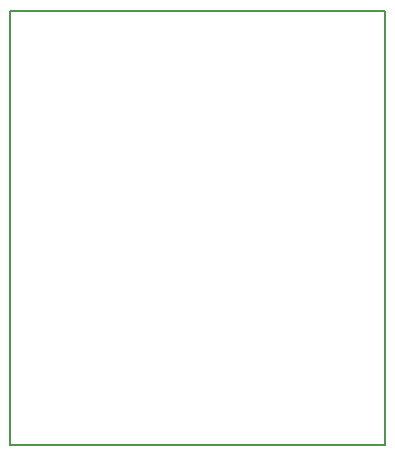
<source format=gbr>
%FSLAX23Y23*%
%MOIN*%
G04 EasyPC Gerber Version 18.0.6 Build 3620 *
%ADD10C,0.00500*%
X0Y0D02*
D02*
D10*
X4Y179D02*
X1254D01*
Y1626*
X4*
Y179*
X0Y0D02*
M02*

</source>
